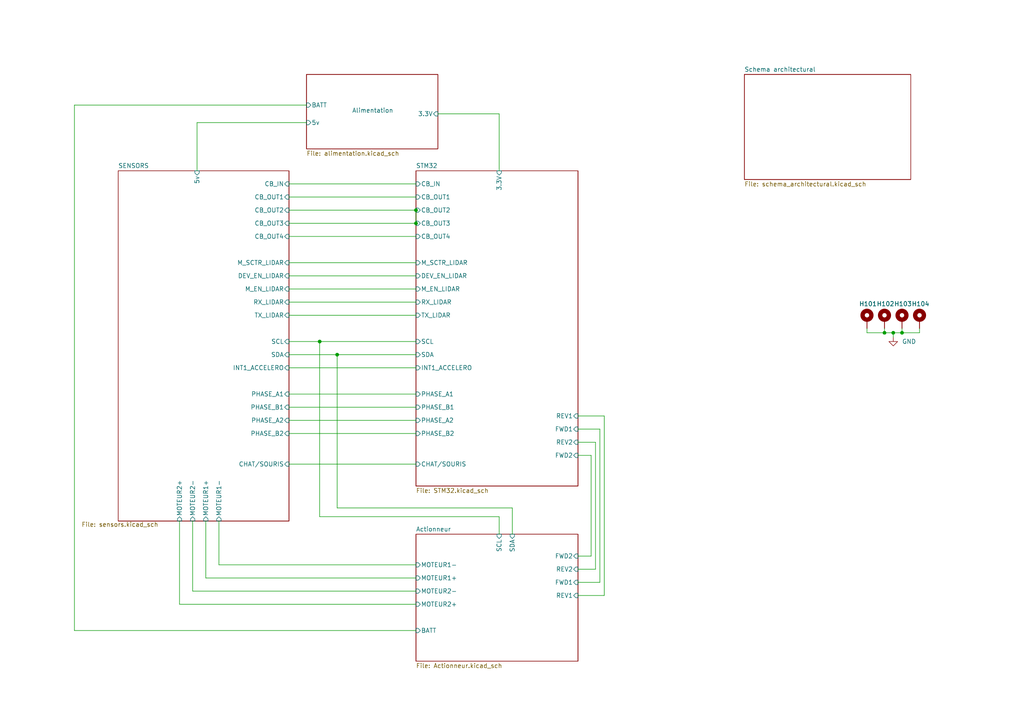
<source format=kicad_sch>
(kicad_sch (version 20231120) (generator "eeschema") (generator_version "8.0")
  (paper "A4")
  (title_block (title "ESE_BAHL") (date "2024-09-17") (rev "v1.09.24") (company "ENSEA"))
  (lib_symbols
    (symbol "Mechanical:MountingHole_Pad" (pin_numbers hide) (pin_names (offset 1.016) hide) (exclude_from_sim yes) (in_bom no)
      (property "Reference" "H" (at 0 6.35 0))
      (property "Value" "MountingHole_Pad" (at 0 4.445 0))
      (symbol "MountingHole_Pad_0_1"
        (circle (center 0 1.27) (radius 1.27) (stroke (width 1.27)))
      )
      (symbol "MountingHole_Pad_1_1"
        (pin input line (at 0 -2.54 90) (length 2.54) (name "1") (number "1"))
      )
    )
    (symbol "power:GND" (power) (pin_names (offset 0))
      (property "Value" "GND" (at 0 -3.81 0))
      (symbol "GND_0_1"
        (polyline (pts (xy 0 0) (xy 0 -1.27) (xy 1.27 -1.27) (xy 0 -2.54) (xy -1.27 -1.27) (xy 0 -1.27)))
      )
      (symbol "GND_1_1"
        (pin power_in line (at 0 0 270) (length 0) hide (name "GND") (number "1"))
      )
    )
  )
  (junction (at 256.54 96.52))
  (junction (at 97.79 102.87))
  (junction (at 259.08 96.52))
  (junction (at 261.62 96.52))
  (junction (at 120.65 60.96))
  (junction (at 120.65 64.77))
  (junction (at 92.71 99.06))
  (wire (pts (xy 259.08 97.79) (xy 259.08 96.52)))
  (wire (pts (xy 83.82 91.44) (xy 120.65 91.44)))
  (wire (pts (xy 171.45 161.29) (xy 167.64 161.29)))
  (wire (pts (xy 167.64 128.27) (xy 172.72 128.27)))
  (wire (pts (xy 144.78 33.02) (xy 144.78 49.53)))
  (wire (pts (xy 83.82 57.15) (xy 120.65 57.15)))
  (wire (pts (xy 92.71 149.86) (xy 92.71 99.06)))
  (wire (pts (xy 83.82 64.77) (xy 120.65 64.77)))
  (wire (pts (xy 88.9 35.56) (xy 57.15 35.56)))
  (wire (pts (xy 256.54 96.52) (xy 259.08 96.52)))
  (wire (pts (xy 83.82 83.82) (xy 120.65 83.82)))
  (wire (pts (xy 83.82 121.92) (xy 120.65 121.92)))
  (wire (pts (xy 21.59 30.48) (xy 21.59 182.88)))
  (wire (pts (xy 175.26 120.65) (xy 175.26 172.72)))
  (wire (pts (xy 52.07 175.26) (xy 52.07 151.13)))
  (wire (pts (xy 83.82 80.01) (xy 120.65 80.01)))
  (wire (pts (xy 261.62 95.25) (xy 261.62 96.52)))
  (wire (pts (xy 83.82 87.63) (xy 120.65 87.63)))
  (wire (pts (xy 55.88 151.13) (xy 55.88 171.45)))
  (wire (pts (xy 175.26 172.72) (xy 167.64 172.72)))
  (wire (pts (xy 83.82 114.3) (xy 120.65 114.3)))
  (wire (pts (xy 63.5 151.13) (xy 63.5 163.83)))
  (wire (pts (xy 172.72 165.1) (xy 167.64 165.1)))
  (wire (pts (xy 171.45 132.08) (xy 171.45 161.29)))
  (wire (pts (xy 83.82 106.68) (xy 120.65 106.68)))
  (wire (pts (xy 120.65 167.64) (xy 59.69 167.64)))
  (wire (pts (xy 144.78 154.94) (xy 144.78 149.86)))
  (wire (pts (xy 88.9 30.48) (xy 21.59 30.48)))
  (wire (pts (xy 256.54 95.25) (xy 256.54 96.52)))
  (wire (pts (xy 120.65 64.77) (xy 120.65 60.96)))
  (wire (pts (xy 92.71 99.06) (xy 120.65 99.06)))
  (wire (pts (xy 83.82 76.2) (xy 120.65 76.2)))
  (wire (pts (xy 97.79 102.87) (xy 97.79 147.32)))
  (wire (pts (xy 173.99 124.46) (xy 173.99 168.91)))
  (wire (pts (xy 167.64 124.46) (xy 173.99 124.46)))
  (wire (pts (xy 266.7 96.52) (xy 266.7 95.25)))
  (wire (pts (xy 120.65 175.26) (xy 52.07 175.26)))
  (wire (pts (xy 83.82 125.73) (xy 120.65 125.73)))
  (wire (pts (xy 167.64 132.08) (xy 171.45 132.08)))
  (wire (pts (xy 83.82 60.96) (xy 120.65 60.96)))
  (wire (pts (xy 57.15 35.56) (xy 57.15 49.53)))
  (wire (pts (xy 83.82 134.62) (xy 120.65 134.62)))
  (wire (pts (xy 55.88 171.45) (xy 120.65 171.45)))
  (wire (pts (xy 97.79 102.87) (xy 120.65 102.87)))
  (wire (pts (xy 251.46 96.52) (xy 256.54 96.52)))
  (wire (pts (xy 21.59 182.88) (xy 120.65 182.88)))
  (wire (pts (xy 63.5 163.83) (xy 120.65 163.83)))
  (wire (pts (xy 148.59 147.32) (xy 97.79 147.32)))
  (wire (pts (xy 83.82 68.58) (xy 120.65 68.58)))
  (wire (pts (xy 251.46 95.25) (xy 251.46 96.52)))
  (wire (pts (xy 83.82 99.06) (xy 92.71 99.06)))
  (wire (pts (xy 83.82 53.34) (xy 120.65 53.34)))
  (wire (pts (xy 261.62 96.52) (xy 266.7 96.52)))
  (wire (pts (xy 83.82 118.11) (xy 120.65 118.11)))
  (wire (pts (xy 59.69 167.64) (xy 59.69 151.13)))
  (wire (pts (xy 259.08 96.52) (xy 261.62 96.52)))
  (wire (pts (xy 173.99 168.91) (xy 167.64 168.91)))
  (wire (pts (xy 172.72 128.27) (xy 172.72 165.1)))
  (wire (pts (xy 144.78 149.86) (xy 92.71 149.86)))
  (wire (pts (xy 127 33.02) (xy 144.78 33.02)))
  (wire (pts (xy 148.59 154.94) (xy 148.59 147.32)))
  (wire (pts (xy 83.82 102.87) (xy 97.79 102.87)))
  (wire (pts (xy 167.64 120.65) (xy 175.26 120.65)))
  (symbol (lib_id "Mechanical:MountingHole_Pad") (at 266.7 92.71 0) (unit 1) (exclude_from_sim yes) (in_bom no)
    (property "Reference" "H104" (at 264.414 88.138 0) (effects (justify left)))
    (property "Value" "MountingHole_Pad" (effects (hide yes)))
    (property "Footprint" "MountingHole:MountingHole_3.2mm_M3_Pad_Via" (effects (hide yes)))
    (property "Description" "Mounting Hole with connection" (effects (hide yes)))
  )
  (symbol (lib_id "Mechanical:MountingHole_Pad") (at 261.62 92.71 0) (unit 1) (exclude_from_sim yes) (in_bom no)
    (property "Reference" "H103" (at 259.334 88.138 0) (effects (justify left)))
    (property "Value" "MountingHole_Pad" (effects (hide yes)))
    (property "Footprint" "MountingHole:MountingHole_3.2mm_M3_Pad_Via" (effects (hide yes)))
    (property "Description" "Mounting Hole with connection" (effects (hide yes)))
  )
  (symbol (lib_id "Mechanical:MountingHole_Pad") (at 251.46 92.71 0) (unit 1) (exclude_from_sim yes) (in_bom no)
    (property "Reference" "H101" (at 249.174 88.138 0) (effects (justify left)))
    (property "Value" "MountingHole_Pad" (effects (hide yes)))
    (property "Footprint" "MountingHole:MountingHole_3.2mm_M3_Pad_Via" (effects (hide yes)))
    (property "Description" "Mounting Hole with connection" (effects (hide yes)))
  )
  (symbol (lib_id "power:GND") (at 259.08 97.79 0) (mirror y) (unit 1)
    (property "Reference" "#PWR0114" (effects (hide yes)))
    (property "Value" "GND" (at 261.62 99.0599 0) (effects (justify right)))
  )
  (symbol (lib_id "Mechanical:MountingHole_Pad") (at 256.54 92.71 0) (unit 1) (exclude_from_sim yes) (in_bom no)
    (property "Reference" "H102" (at 254.254 88.138 0) (effects (justify left)))
    (property "Value" "MountingHole_Pad" (effects (hide yes)))
    (property "Footprint" "MountingHole:MountingHole_3.2mm_M3_Pad_Via" (effects (hide yes)))
    (property "Description" "Mounting Hole with connection" (effects (hide yes)))
  )
  (sheet (at 120.65 49.53) (size 46.99 91.44) (stroke (width 0.1524))
    (property "Sheetname" "STM32" (at 120.65 48.8184 0) (effects (justify left bottom)))
    (property "Sheetfile" "STM32.kicad_sch" (at 120.65 141.5546 0) (effects (justify left top)))
    (pin "CB_OUT2" input (at 120.65 60.96 180))
    (pin "CB_OUT1" input (at 120.65 57.15 180))
    (pin "CB_IN" input (at 120.65 53.34 180))
    (pin "M_SCTR_LIDAR" input (at 120.65 76.2 180))
    (pin "DEV_EN_LIDAR" input (at 120.65 80.01 180))
    (pin "CB_OUT4" input (at 120.65 68.58 180))
    (pin "CB_OUT3" input (at 120.65 64.77 180))
    (pin "SCL" input (at 120.65 99.06 180))
    (pin "PHASE_A1" input (at 120.65 114.3 180))
    (pin "PHASE_B1" input (at 120.65 118.11 180))
    (pin "FWD1" input (at 167.64 124.46 0))
    (pin "FWD2" input (at 167.64 132.08 0))
    (pin "PHASE_B2" input (at 120.65 125.73 180))
    (pin "M_EN_LIDAR" input (at 120.65 83.82 180))
    (pin "REV2" input (at 167.64 128.27 0))
    (pin "CHAT{slash}SOURIS" input (at 120.65 134.62 180))
    (pin "RX_LIDAR" input (at 120.65 87.63 180))
    (pin "REV1" input (at 167.64 120.65 0))
    (pin "TX_LIDAR" input (at 120.65 91.44 180))
    (pin "PHASE_A2" input (at 120.65 121.92 180))
    (pin "SDA" input (at 120.65 102.87 180))
    (pin "INT1_ACCELERO" input (at 120.65 106.68 180))
    (pin "3.3V" input (at 144.78 49.53 90))
  )
  (sheet (at 215.9 21.59) (size 48.26 30.48) (stroke (width 0.1524))
    (property "Sheetname" "Schema architectural" (at 215.9 20.8784 0) (effects (justify left bottom)))
    (property "Sheetfile" "schema_architectural.kicad_sch" (at 215.9 52.6546 0) (effects (justify left top)))
  )
  (sheet (at 34.29 49.53) (size 49.53 101.6) (stroke (width 0.1524))
    (property "Sheetname" "SENSORS" (at 34.29 48.8184 0) (effects (justify left bottom)))
    (property "Sheetfile" "sensors.kicad_sch" (at 23.622 151.384 0) (effects (justify left top)))
    (pin "SCL" input (at 83.82 99.06 0))
    (pin "SDA" input (at 83.82 102.87 0))
    (pin "MOTEUR2+" input (at 52.07 151.13 270))
    (pin "PHASE_A2" input (at 83.82 121.92 0))
    (pin "PHASE_B2" input (at 83.82 125.73 0))
    (pin "MOTEUR1+" input (at 59.69 151.13 270))
    (pin "INT1_ACCELERO" input (at 83.82 106.68 0))
    (pin "MOTEUR1-" input (at 63.5 151.13 270))
    (pin "PHASE_B1" input (at 83.82 118.11 0))
    (pin "PHASE_A1" input (at 83.82 114.3 0))
    (pin "CHAT{slash}SOURIS" input (at 83.82 134.62 0))
    (pin "MOTEUR2-" input (at 55.88 151.13 270))
    (pin "CB_IN" input (at 83.82 53.34 0))
    (pin "CB_OUT1" input (at 83.82 57.15 0))
    (pin "CB_OUT2" input (at 83.82 60.96 0))
    (pin "DEV_EN_LIDAR" input (at 83.82 80.01 0))
    (pin "M_EN_LIDAR" input (at 83.82 83.82 0))
    (pin "RX_LIDAR" input (at 83.82 87.63 0))
    (pin "M_SCTR_LIDAR" input (at 83.82 76.2 0))
    (pin "TX_LIDAR" input (at 83.82 91.44 0))
    (pin "CB_OUT4" input (at 83.82 68.58 0))
    (pin "CB_OUT3" input (at 83.82 64.77 0))
    (pin "5v" input (at 57.15 49.53 90))
  )
  (sheet (at 88.9 21.59) (size 38.1 21.59) (stroke (width 0.1524))
    (property "Sheetname" "Alimentation" (at 102.108 32.766 0) (effects (justify left bottom)))
    (property "Sheetfile" "alimentation.kicad_sch" (at 88.9 43.7646 0) (effects (justify left top)))
    (pin "3.3V" input (at 127 33.02 0))
    (pin "BATT" input (at 88.9 30.48 180))
    (pin "5v" input (at 88.9 35.56 180))
  )
  (sheet (at 120.65 154.94) (size 46.99 36.83) (stroke (width 0.1524))
    (property "Sheetname" "Actionneur" (at 120.65 154.2284 0) (effects (justify left bottom)))
    (property "Sheetfile" "Actionneur.kicad_sch" (at 120.65 192.3546 0) (effects (justify left top)))
    (pin "FWD1" input (at 167.64 168.91 0))
    (pin "REV1" input (at 167.64 172.72 0))
    (pin "MOTEUR2+" input (at 120.65 175.26 180))
    (pin "MOTEUR2-" input (at 120.65 171.45 180))
    (pin "MOTEUR1-" input (at 120.65 163.83 180))
    (pin "MOTEUR1+" input (at 120.65 167.64 180))
    (pin "SDA" input (at 148.59 154.94 90))
    (pin "SCL" input (at 144.78 154.94 90))
    (pin "FWD2" input (at 167.64 161.29 0))
    (pin "REV2" input (at 167.64 165.1 0))
    (pin "BATT" input (at 120.65 182.88 180))
  )
)
</source>
